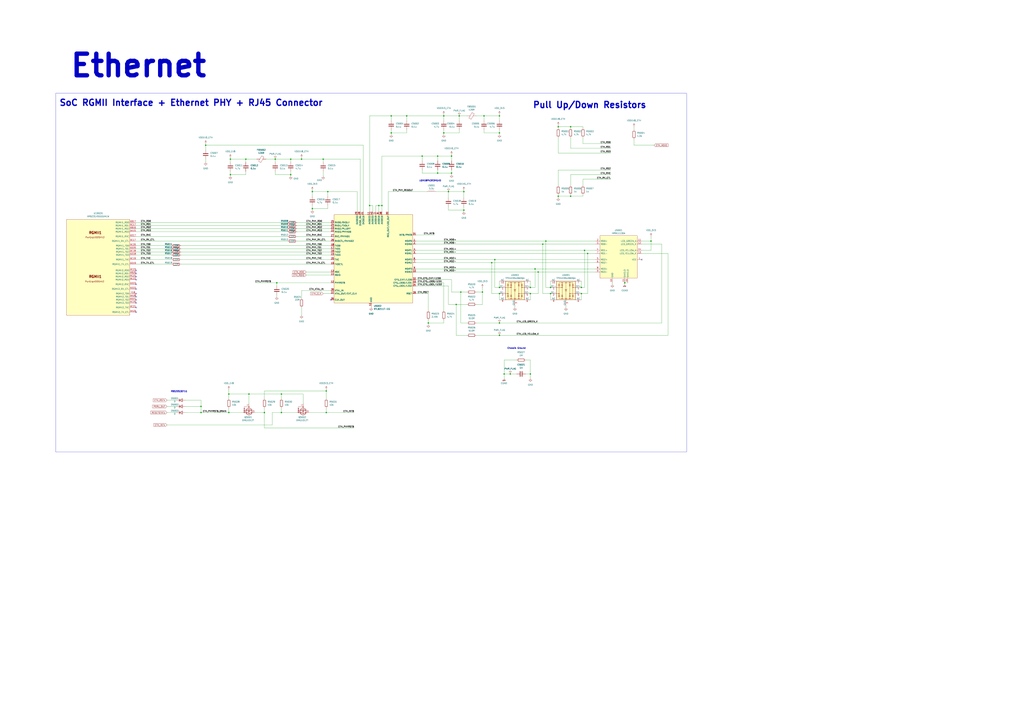
<source format=kicad_sch>
(kicad_sch (version 20250114) (generator "eeschema") (generator_version "9.0")
  (paper "A1")
  (rectangle (start 45.72 76.708) (end 563.88 371.475))
  (text "LQM18PN3R3MGHD" (at 353.314 148.59 0) (effects (font (size 1.27 1.27) (thickness 0.254) (bold yes))))
  (text "Pull Up/Down Resistors" (at 437.388 86.36 0) (effects (font (size 5.08 5.08) (thickness 1.016) (bold yes)) (justify left)))
  (text "RB520S30T1G" (at 147.066 321.818 0) (effects (font (size 1.27 1.27) (thickness 0.254) (bold yes))))
  (text "SoC RGMII Interface + Ethernet PHY + RJ45 Connector" (at 48.514 84.582 0) (effects (font (size 5.08 5.08) (thickness 1.016) (bold yes)) (justify left)))
  (text "Chassis Ground" (at 424.18 286.258 0) (effects (font (size 1.27 1.27) (thickness 0.254) (bold yes))))
  (text "Ethernet" (at 113.792 54.102 0) (effects (font (size 17.78 17.78) (thickness 3.556) (bold yes))))
  (junction (at 377.19 95.25))
  (junction (at 227.33 232.41))
  (junction (at 231.14 339.09))
  (junction (at 397.51 95.25))
  (junction (at 217.17 339.09))
  (junction (at 410.21 109.22))
  (junction (at 321.31 109.22))
  (junction (at 238.76 130.81))
  (junction (at 403.86 215.9))
  (junction (at 313.69 168.91))
  (junction (at 165.1 339.09))
  (junction (at 419.1 307.34))
  (junction (at 468.63 104.14))
  (junction (at 370.84 128.27))
  (junction (at 410.21 275.59))
  (junction (at 458.47 161.29))
  (junction (at 346.71 128.27))
  (junction (at 267.97 339.09))
  (junction (at 267.97 321.31))
  (junction (at 226.06 130.81))
  (junction (at 410.21 236.22))
  (junction (at 189.23 143.51))
  (junction (at 410.21 95.25))
  (junction (at 445.77 200.66))
  (junction (at 368.3 157.48))
  (junction (at 448.31 198.12))
  (junction (at 351.79 265.43))
  (junction (at 303.53 168.91))
  (junction (at 381 172.72))
  (junction (at 477.52 241.3))
  (junction (at 265.43 130.81))
  (junction (at 452.12 241.3))
  (junction (at 204.47 323.85))
  (junction (at 410.21 265.43))
  (junction (at 370.84 142.24))
  (junction (at 439.42 220.98))
  (junction (at 269.24 157.48))
  (junction (at 187.96 339.09))
  (junction (at 378.46 240.03))
  (junction (at 231.14 323.85))
  (junction (at 381 157.48))
  (junction (at 468.63 161.29))
  (junction (at 452.12 236.22))
  (junction (at 435.61 241.3))
  (junction (at 534.67 198.12))
  (junction (at 238.76 143.51))
  (junction (at 364.49 109.22))
  (junction (at 477.52 236.22))
  (junction (at 482.6 208.28))
  (junction (at 189.23 130.81))
  (junction (at 187.96 323.85))
  (junction (at 414.02 307.34))
  (junction (at 168.91 119.38))
  (junction (at 311.15 168.91))
  (junction (at 410.21 241.3))
  (junction (at 321.31 95.25))
  (junction (at 374.65 250.19))
  (junction (at 513.08 232.41))
  (junction (at 364.49 95.25))
  (junction (at 435.61 307.34))
  (junction (at 458.47 104.14))
  (junction (at 334.01 95.25))
  (junction (at 406.4 213.36))
  (junction (at 165.1 334.01))
  (junction (at 480.06 205.74))
  (junction (at 441.96 223.52))
  (junction (at 396.24 240.03))
  (junction (at 201.93 130.81))
  (junction (at 256.54 171.45))
  (junction (at 435.61 236.22))
  (junction (at 359.41 142.24))
  (junction (at 256.54 157.48))
  (junction (at 359.41 128.27))
  (junction (at 247.65 130.81))
  (no_connect (at 111.76 224.79))
  (no_connect (at 111.76 237.49))
  (no_connect (at 111.76 227.33))
  (no_connect (at 111.76 246.38))
  (no_connect (at 271.78 246.38))
  (no_connect (at 111.76 248.92))
  (no_connect (at 111.76 222.25))
  (no_connect (at 111.76 229.87))
  (no_connect (at 111.76 256.54))
  (no_connect (at 111.76 252.73))
  (no_connect (at 111.76 241.3))
  (no_connect (at 111.76 233.68))
  (no_connect (at 111.76 243.84))
  (no_connect (at 527.05 213.36))
  (wire (pts (xy 334.01 99.06) (xy 334.01 95.25)))
  (wire (pts (xy 414.02 311.15) (xy 414.02 307.34)))
  (wire (pts (xy 148.59 207.01) (xy 271.78 207.01)))
  (wire (pts (xy 148.59 217.17) (xy 271.78 217.17)))
  (wire (pts (xy 480.06 205.74) (xy 480.06 236.22)))
  (wire (pts (xy 267.97 335.28) (xy 267.97 339.09)))
  (wire (pts (xy 303.53 168.91) (xy 303.53 95.25)))
  (wire (pts (xy 410.21 95.25) (xy 410.21 99.06)))
  (wire (pts (xy 321.31 109.22) (xy 334.01 109.22)))
  (wire (pts (xy 111.76 198.12) (xy 236.22 198.12)))
  (wire (pts (xy 201.93 130.81) (xy 189.23 130.81)))
  (wire (pts (xy 209.55 339.09) (xy 217.17 339.09)))
  (wire (pts (xy 435.61 231.14) (xy 435.61 236.22)))
  (wire (pts (xy 290.83 351.79) (xy 217.17 351.79)))
  (wire (pts (xy 227.33 232.41) (xy 227.33 234.95)))
  (wire (pts (xy 303.53 173.99) (xy 303.53 168.91)))
  (wire (pts (xy 410.21 109.22) (xy 397.51 109.22)))
  (wire (pts (xy 381 156.21) (xy 381 157.48)))
  (wire (pts (xy 368.3 234.95) (xy 341.63 234.95)))
  (wire (pts (xy 201.93 140.97) (xy 201.93 143.51)))
  (wire (pts (xy 306.07 168.91) (xy 303.53 168.91)))
  (wire (pts (xy 391.16 265.43) (xy 410.21 265.43)))
  (wire (pts (xy 111.76 185.42) (xy 236.22 185.42)))
  (wire (pts (xy 165.1 339.09) (xy 152.4 339.09)))
  (wire (pts (xy 341.63 215.9) (xy 403.86 215.9)))
  (wire (pts (xy 243.84 182.88) (xy 271.78 182.88)))
  (wire (pts (xy 267.97 321.31) (xy 267.97 327.66)))
  (wire (pts (xy 452.12 231.14) (xy 452.12 236.22)))
  (wire (pts (xy 520.7 104.14) (xy 520.7 106.68)))
  (wire (pts (xy 265.43 241.3) (xy 271.78 241.3)))
  (wire (pts (xy 458.47 102.87) (xy 458.47 104.14)))
  (wire (pts (xy 468.63 104.14) (xy 468.63 105.41)))
  (wire (pts (xy 452.12 241.3) (xy 452.12 246.38)))
  (wire (pts (xy 308.61 168.91) (xy 311.15 168.91)))
  (wire (pts (xy 346.71 128.27) (xy 359.41 128.27)))
  (wire (pts (xy 187.96 339.09) (xy 199.39 339.09)))
  (wire (pts (xy 482.6 208.28) (xy 482.6 241.3)))
  (wire (pts (xy 458.47 113.03) (xy 458.47 125.73)))
  (wire (pts (xy 364.49 95.25) (xy 364.49 99.06)))
  (wire (pts (xy 439.42 220.98) (xy 439.42 236.22)))
  (wire (pts (xy 137.16 328.93) (xy 144.78 328.93)))
  (wire (pts (xy 217.17 321.31) (xy 267.97 321.31)))
  (wire (pts (xy 478.79 113.03) (xy 478.79 118.11)))
  (wire (pts (xy 441.96 223.52) (xy 488.95 223.52)))
  (wire (pts (xy 265.43 133.35) (xy 265.43 130.81)))
  (wire (pts (xy 295.91 130.81) (xy 265.43 130.81)))
  (wire (pts (xy 137.16 339.09) (xy 144.78 339.09)))
  (wire (pts (xy 414.02 295.91) (xy 414.02 307.34)))
  (wire (pts (xy 243.84 198.12) (xy 271.78 198.12)))
  (wire (pts (xy 256.54 157.48) (xy 256.54 161.29)))
  (wire (pts (xy 269.24 157.48) (xy 269.24 161.29)))
  (wire (pts (xy 478.79 161.29) (xy 478.79 160.02)))
  (wire (pts (xy 318.77 157.48) (xy 350.52 157.48)))
  (wire (pts (xy 478.79 104.14) (xy 478.79 105.41)))
  (wire (pts (xy 168.91 130.81) (xy 168.91 133.35)))
  (wire (pts (xy 334.01 109.22) (xy 334.01 106.68)))
  (wire (pts (xy 391.16 95.25) (xy 397.51 95.25)))
  (wire (pts (xy 370.84 229.87) (xy 341.63 229.87)))
  (wire (pts (xy 341.63 200.66) (xy 445.77 200.66)))
  (wire (pts (xy 458.47 160.02) (xy 458.47 161.29)))
  (wire (pts (xy 441.96 223.52) (xy 441.96 241.3)))
  (wire (pts (xy 334.01 95.25) (xy 364.49 95.25)))
  (wire (pts (xy 306.07 173.99) (xy 306.07 168.91)))
  (wire (pts (xy 189.23 143.51) (xy 189.23 144.78)))
  (wire (pts (xy 359.41 128.27) (xy 370.84 128.27)))
  (wire (pts (xy 227.33 232.41) (xy 271.78 232.41)))
  (wire (pts (xy 410.21 275.59) (xy 548.64 275.59)))
  (wire (pts (xy 217.17 351.79) (xy 217.17 339.09)))
  (wire (pts (xy 148.59 204.47) (xy 271.78 204.47)))
  (wire (pts (xy 452.12 241.3) (xy 445.77 241.3)))
  (wire (pts (xy 377.19 106.68) (xy 377.19 109.22)))
  (wire (pts (xy 351.79 262.89) (xy 351.79 265.43)))
  (wire (pts (xy 377.19 95.25) (xy 383.54 95.25)))
  (wire (pts (xy 359.41 142.24) (xy 370.84 142.24)))
  (wire (pts (xy 231.14 323.85) (xy 231.14 327.66)))
  (wire (pts (xy 480.06 205.74) (xy 488.95 205.74)))
  (wire (pts (xy 364.49 95.25) (xy 377.19 95.25)))
  (wire (pts (xy 201.93 130.81) (xy 210.82 130.81)))
  (wire (pts (xy 247.65 129.54) (xy 247.65 130.81)))
  (wire (pts (xy 397.51 106.68) (xy 397.51 109.22)))
  (wire (pts (xy 137.16 349.25) (xy 223.52 349.25)))
  (wire (pts (xy 111.76 207.01) (xy 140.97 207.01)))
  (wire (pts (xy 419.1 307.34) (xy 424.18 307.34)))
  (wire (pts (xy 269.24 157.48) (xy 256.54 157.48)))
  (wire (pts (xy 321.31 99.06) (xy 321.31 95.25)))
  (wire (pts (xy 341.63 223.52) (xy 441.96 223.52)))
  (wire (pts (xy 223.52 339.09) (xy 231.14 339.09)))
  (wire (pts (xy 269.24 168.91) (xy 269.24 171.45)))
  (wire (pts (xy 548.64 275.59) (xy 548.64 208.28)))
  (wire (pts (xy 351.79 265.43) (xy 351.79 266.7)))
  (wire (pts (xy 368.3 170.18) (xy 368.3 172.72)))
  (wire (pts (xy 111.76 182.88) (xy 236.22 182.88)))
  (wire (pts (xy 435.61 241.3) (xy 441.96 241.3)))
  (wire (pts (xy 478.79 118.11) (xy 501.65 118.11)))
  (wire (pts (xy 265.43 140.97) (xy 265.43 144.78)))
  (wire (pts (xy 537.21 119.38) (xy 520.7 119.38)))
  (wire (pts (xy 378.46 240.03) (xy 370.84 240.03)))
  (wire (pts (xy 304.8 251.46) (xy 304.8 252.73)))
  (wire (pts (xy 265.43 130.81) (xy 247.65 130.81)))
  (wire (pts (xy 217.17 327.66) (xy 217.17 321.31)))
  (wire (pts (xy 527.05 198.12) (xy 534.67 198.12)))
  (wire (pts (xy 243.84 194.31) (xy 271.78 194.31)))
  (wire (pts (xy 111.76 213.36) (xy 140.97 213.36)))
  (wire (pts (xy 374.65 250.19) (xy 374.65 275.59)))
  (wire (pts (xy 187.96 327.66) (xy 187.96 323.85)))
  (wire (pts (xy 422.91 251.46) (xy 422.91 252.73)))
  (wire (pts (xy 520.7 119.38) (xy 520.7 114.3)))
  (wire (pts (xy 313.69 128.27) (xy 346.71 128.27)))
  (wire (pts (xy 111.76 194.31) (xy 236.22 194.31)))
  (wire (pts (xy 165.1 339.09) (xy 187.96 339.09)))
  (wire (pts (xy 321.31 95.25) (xy 303.53 95.25)))
  (wire (pts (xy 534.67 205.74) (xy 534.67 198.12)))
  (wire (pts (xy 543.56 265.43) (xy 543.56 200.66)))
  (wire (pts (xy 238.76 143.51) (xy 238.76 140.97)))
  (wire (pts (xy 383.54 250.19) (xy 374.65 250.19)))
  (wire (pts (xy 165.1 328.93) (xy 165.1 334.01)))
  (wire (pts (xy 381 157.48) (xy 368.3 157.48)))
  (wire (pts (xy 298.45 119.38) (xy 298.45 173.99)))
  (wire (pts (xy 364.49 232.41) (xy 364.49 255.27)))
  (wire (pts (xy 378.46 240.03) (xy 378.46 265.43)))
  (wire (pts (xy 468.63 161.29) (xy 478.79 161.29)))
  (wire (pts (xy 431.8 307.34) (xy 435.61 307.34)))
  (wire (pts (xy 152.4 328.93) (xy 165.1 328.93)))
  (wire (pts (xy 256.54 171.45) (xy 256.54 172.72)))
  (wire (pts (xy 364.49 93.98) (xy 364.49 95.25)))
  (wire (pts (xy 295.91 173.99) (xy 295.91 130.81)))
  (wire (pts (xy 391.16 275.59) (xy 410.21 275.59)))
  (wire (pts (xy 548.64 208.28) (xy 527.05 208.28)))
  (wire (pts (xy 458.47 104.14) (xy 468.63 104.14)))
  (wire (pts (xy 256.54 168.91) (xy 256.54 171.45)))
  (wire (pts (xy 431.8 295.91) (xy 435.61 295.91)))
  (wire (pts (xy 370.84 128.27) (xy 370.84 132.08)))
  (wire (pts (xy 478.79 147.32) (xy 478.79 152.4)))
  (wire (pts (xy 223.52 349.25) (xy 223.52 339.09)))
  (wire (pts (xy 501.65 147.32) (xy 478.79 147.32)))
  (wire (pts (xy 396.24 250.19) (xy 396.24 240.03)))
  (wire (pts (xy 477.52 231.14) (xy 477.52 236.22)))
  (wire (pts (xy 364.49 262.89) (xy 364.49 265.43)))
  (wire (pts (xy 410.21 95.25) (xy 397.51 95.25)))
  (wire (pts (xy 168.91 119.38) (xy 168.91 123.19)))
  (wire (pts (xy 341.63 208.28) (xy 482.6 208.28)))
  (wire (pts (xy 370.84 142.24) (xy 370.84 139.7)))
  (wire (pts (xy 226.06 140.97) (xy 226.06 143.51)))
  (wire (pts (xy 370.84 142.24) (xy 370.84 143.51)))
  (wire (pts (xy 111.76 209.55) (xy 140.97 209.55)))
  (wire (pts (xy 248.92 331.47) (xy 248.92 323.85)))
  (wire (pts (xy 111.76 201.93) (xy 140.97 201.93)))
  (wire (pts (xy 359.41 128.27) (xy 359.41 132.08)))
  (wire (pts (xy 346.71 139.7) (xy 346.71 142.24)))
  (wire (pts (xy 527.05 205.74) (xy 534.67 205.74)))
  (wire (pts (xy 321.31 109.22) (xy 321.31 110.49)))
  (wire (pts (xy 187.96 320.04) (xy 187.96 323.85)))
  (wire (pts (xy 111.76 217.17) (xy 140.97 217.17)))
  (wire (pts (xy 381 172.72) (xy 381 173.99)))
  (wire (pts (xy 410.21 109.22) (xy 410.21 110.49)))
  (wire (pts (xy 111.76 190.5) (xy 236.22 190.5)))
  (wire (pts (xy 243.84 190.5) (xy 271.78 190.5)))
  (wire (pts (xy 313.69 168.91) (xy 313.69 173.99)))
  (wire (pts (xy 468.63 104.14) (xy 478.79 104.14)))
  (wire (pts (xy 256.54 171.45) (xy 269.24 171.45)))
  (wire (pts (xy 364.49 106.68) (xy 364.49 109.22)))
  (wire (pts (xy 439.42 220.98) (xy 488.95 220.98)))
  (wire (pts (xy 468.63 160.02) (xy 468.63 161.29)))
  (wire (pts (xy 231.14 339.09) (xy 243.84 339.09)))
  (wire (pts (xy 458.47 161.29) (xy 458.47 162.56)))
  (wire (pts (xy 341.63 220.98) (xy 439.42 220.98)))
  (wire (pts (xy 458.47 104.14) (xy 458.47 105.41)))
  (wire (pts (xy 374.65 275.59) (xy 383.54 275.59)))
  (wire (pts (xy 247.65 238.76) (xy 271.78 238.76)))
  (wire (pts (xy 218.44 130.81) (xy 226.06 130.81)))
  (wire (pts (xy 464.82 251.46) (xy 464.82 252.73)))
  (wire (pts (xy 346.71 128.27) (xy 346.71 132.08)))
  (wire (pts (xy 267.97 339.09) (xy 290.83 339.09)))
  (wire (pts (xy 468.63 113.03) (xy 468.63 121.92)))
  (wire (pts (xy 251.46 223.52) (xy 271.78 223.52)))
  (wire (pts (xy 341.63 205.74) (xy 480.06 205.74)))
  (wire (pts (xy 148.59 209.55) (xy 271.78 209.55)))
  (wire (pts (xy 378.46 265.43) (xy 383.54 265.43)))
  (wire (pts (xy 364.49 265.43) (xy 351.79 265.43)))
  (wire (pts (xy 248.92 323.85) (xy 231.14 323.85)))
  (wire (pts (xy 368.3 157.48) (xy 368.3 162.56)))
  (wire (pts (xy 243.84 187.96) (xy 271.78 187.96)))
  (wire (pts (xy 189.23 140.97) (xy 189.23 143.51)))
  (wire (pts (xy 137.16 334.01) (xy 144.78 334.01)))
  (wire (pts (xy 111.76 204.47) (xy 140.97 204.47)))
  (wire (pts (xy 293.37 157.48) (xy 269.24 157.48)))
  (wire (pts (xy 189.23 130.81) (xy 189.23 133.35)))
  (wire (pts (xy 226.06 130.81) (xy 226.06 133.35)))
  (wire (pts (xy 477.52 236.22) (xy 480.06 236.22)))
  (wire (pts (xy 351.79 241.3) (xy 341.63 241.3)))
  (wire (pts (xy 318.77 173.99) (xy 318.77 157.48)))
  (wire (pts (xy 168.91 118.11) (xy 168.91 119.38)))
  (wire (pts (xy 238.76 133.35) (xy 238.76 130.81)))
  (wire (pts (xy 477.52 241.3) (xy 477.52 246.38)))
  (wire (pts (xy 502.92 232.41) (xy 502.92 233.68)))
  (wire (pts (xy 452.12 236.22) (xy 448.31 236.22)))
  (wire (pts (xy 435.61 295.91) (xy 435.61 307.34)))
  (wire (pts (xy 313.69 128.27) (xy 313.69 168.91)))
  (wire (pts (xy 391.16 250.19) (xy 396.24 250.19)))
  (wire (pts (xy 543.56 200.66) (xy 527.05 200.66)))
  (wire (pts (xy 308.61 173.99) (xy 308.61 168.91)))
  (wire (pts (xy 231.14 335.28) (xy 231.14 339.09)))
  (wire (pts (xy 477.52 241.3) (xy 482.6 241.3)))
  (wire (pts (xy 513.08 232.41) (xy 515.62 232.41)))
  (wire (pts (xy 445.77 200.66) (xy 488.95 200.66)))
  (wire (pts (xy 435.61 236.22) (xy 439.42 236.22)))
  (wire (pts (xy 148.59 213.36) (xy 271.78 213.36)))
  (wire (pts (xy 187.96 335.28) (xy 187.96 339.09)))
  (wire (pts (xy 201.93 143.51) (xy 189.23 143.51)))
  (wire (pts (xy 168.91 119.38) (xy 298.45 119.38)))
  (wire (pts (xy 410.21 241.3) (xy 410.21 246.38)))
  (wire (pts (xy 243.84 185.42) (xy 271.78 185.42)))
  (wire (pts (xy 293.37 173.99) (xy 293.37 157.48)))
  (wire (pts (xy 341.63 198.12) (xy 448.31 198.12)))
  (wire (pts (xy 247.65 252.73) (xy 247.65 259.08)))
  (wire (pts (xy 458.47 139.7) (xy 458.47 152.4)))
  (wire (pts (xy 247.65 130.81) (xy 238.76 130.81)))
  (wire (pts (xy 226.06 143.51) (xy 238.76 143.51)))
  (wire (pts (xy 435.61 241.3) (xy 435.61 246.38)))
  (wire (pts (xy 445.77 200.66) (xy 445.77 241.3)))
  (wire (pts (xy 482.6 208.28) (xy 488.95 208.28)))
  (wire (pts (xy 351.79 255.27) (xy 351.79 241.3)))
  (wire (pts (xy 410.21 241.3) (xy 403.86 241.3)))
  (wire (pts (xy 341.63 213.36) (xy 406.4 213.36)))
  (wire (pts (xy 513.08 232.41) (xy 513.08 233.68)))
  (wire (pts (xy 247.65 238.76) (xy 247.65 245.11)))
  (wire (pts (xy 364.49 109.22) (xy 364.49 110.49)))
  (wire (pts (xy 424.18 295.91) (xy 414.02 295.91)))
  (wire (pts (xy 359.41 139.7) (xy 359.41 142.24)))
  (wire (pts (xy 534.67 198.12) (xy 534.67 194.31)))
  (wire (pts (xy 501.65 143.51) (xy 468.63 143.51)))
  (wire (pts (xy 406.4 213.36) (xy 406.4 236.22)))
  (wire (pts (xy 165.1 334.01) (xy 165.1 339.09)))
  (wire (pts (xy 468.63 121.92) (xy 501.65 121.92)))
  (wire (pts (xy 148.59 201.93) (xy 271.78 201.93)))
  (wire (pts (xy 410.21 236.22) (xy 406.4 236.22)))
  (wire (pts (xy 358.14 157.48) (xy 368.3 157.48)))
  (wire (pts (xy 377.19 109.22) (xy 364.49 109.22)))
  (wire (pts (xy 152.4 334.01) (xy 165.1 334.01)))
  (wire (pts (xy 201.93 133.35) (xy 201.93 130.81)))
  (wire (pts (xy 217.17 339.09) (xy 217.17 335.28)))
  (wire (pts (xy 374.65 250.19) (xy 368.3 250.19)))
  (wire (pts (xy 187.96 323.85) (xy 204.47 323.85)))
  (wire (pts (xy 381 162.56) (xy 381 157.48)))
  (wire (pts (xy 368.3 250.19) (xy 368.3 234.95)))
  (wire (pts (xy 410.21 231.14) (xy 410.21 236.22)))
  (wire (pts (xy 209.55 232.41) (xy 227.33 232.41)))
  (wire (pts (xy 111.76 187.96) (xy 236.22 187.96)))
  (wire (pts (xy 189.23 129.54) (xy 189.23 130.81)))
  (wire (pts (xy 204.47 323.85) (xy 204.47 331.47)))
  (wire (pts (xy 458.47 161.29) (xy 468.63 161.29)))
  (wire (pts (xy 370.84 240.03) (xy 370.84 229.87)))
  (wire (pts (xy 377.19 95.25) (xy 377.19 99.06)))
  (wire (pts (xy 410.21 93.98) (xy 410.21 95.25)))
  (wire (pts (xy 341.63 232.41) (xy 364.49 232.41)))
  (wire (pts (xy 267.97 320.04) (xy 267.97 321.31)))
  (wire (pts (xy 448.31 198.12) (xy 448.31 236.22)))
  (wire (pts (xy 227.33 242.57) (xy 227.33 243.84)))
  (wire (pts (xy 238.76 143.51) (xy 238.76 144.78)))
  (wire (pts (xy 204.47 323.85) (xy 231.14 323.85)))
  (wire (pts (xy 251.46 226.06) (xy 271.78 226.06)))
  (wire (pts (xy 435.61 307.34) (xy 435.61 311.15)))
  (wire (pts (xy 391.16 240.03) (xy 396.24 240.03)))
  (wire (pts (xy 458.47 125.73) (xy 501.65 125.73)))
  (wire (pts (xy 396.24 240.03) (xy 396.24 236.22)))
  (wire (pts (xy 468.63 143.51) (xy 468.63 152.4)))
  (wire (pts (xy 406.4 213.36) (xy 488.95 213.36)))
  (wire (pts (xy 383.54 240.03) (xy 378.46 240.03)))
  (wire (pts (xy 414.02 307.34) (xy 419.1 307.34)))
  (wire (pts (xy 256.54 156.21) (xy 256.54 157.48)))
  (wire (pts (xy 267.97 339.09) (xy 254 339.09)))
  (wire (pts (xy 238.76 130.81) (xy 226.06 130.81)))
  (wire (pts (xy 410.21 106.68) (xy 410.21 109.22)))
  (wire (pts (xy 370.84 127) (xy 370.84 128.27)))
  (wire (pts (xy 410.21 265.43) (xy 543.56 265.43)))
  (wire (pts (xy 381 172.72) (xy 381 170.18)))
  (wire (pts (xy 321.31 95.25) (xy 334.01 95.25)))
  (wire (pts (xy 321.31 106.68) (xy 321.31 109.22)))
  (wire (pts (xy 501.65 139.7) (xy 458.47 139.7)))
  (wire (pts (xy 448.31 198.12) (xy 488.95 198.12)))
  (wire (pts (xy 341.63 193.04) (xy 356.87 193.04)))
  (wire (pts (xy 403.86 215.9) (xy 488.95 215.9)))
  (wire (pts (xy 311.15 168.91) (xy 313.69 168.91)))
  (wire (pts (xy 311.15 168.91) (xy 311.15 173.99)))
  (wire (pts (xy 368.3 172.72) (xy 381 172.72)))
  (wire (pts (xy 397.51 95.25) (xy 397.51 99.06)))
  (wire (pts (xy 403.86 215.9) (xy 403.86 241.3)))
  (wire (pts (xy 346.71 142.24) (xy 359.41 142.24)))
  (label "ETH_MD2+" (at 364.49 213.36 0) (effects (font (thickness 0.254) (bold yes))))
  (label "ETH_PHY_RX_CTL" (at 251.46 198.12 0) (effects (font (thickness 0.254) (bold yes))))
  (label "ETH_PHYRSTB" (at 209.55 232.41 0) (effects (font (thickness 0.254) (bold yes))))
  (label "ETH_RSET" (at 342.9 241.3 0) (effects (font (thickness 0.254) (bold yes))))
  (label "ETH_MD2-" (at 364.49 215.9 0) (effects (font (thickness 0.254) (bold yes))))
  (label "ETH_PHY_TD3" (at 251.46 209.55 0) (effects (font (thickness 0.254) (bold yes))))
  (label "ETH_RD1" (at 115.57 185.42 0) (effects (font (thickness 0.254) (bold yes))))
  (label "ETH_PHY_RD2" (at 251.46 187.96 0) (effects (font (thickness 0.254) (bold yes))))
  (label "ETH_MD0-" (at 364.49 200.66 0) (effects (font (thickness 0.254) (bold yes))))
  (label "ETH_PHY_TD0" (at 251.46 201.93 0) (effects (font (thickness 0.254) (bold yes))))
  (label "ETH_RX_CTL" (at 115.57 198.12 0) (effects (font (thickness 0.254) (bold yes))))
  (label "ETH_MD0+" (at 364.49 198.12 0) (effects (font (thickness 0.254) (bold yes))))
  (label "ETH_RD0" (at 501.65 118.11 180) (effects (font (thickness 0.254) (bold yes))))
  (label "ETH_PHY_RD3" (at 251.46 190.5 0) (effects (font (thickness 0.254) (bold yes))))
  (label "ETH_PHYRSTB" (at 290.83 351.79 180) (effects (font (thickness 0.254) (bold yes))))
  (label "ETH_TD1" (at 115.57 204.47 0) (effects (font (thickness 0.254) (bold yes))))
  (label "ETH_PHY_TX_CTL" (at 251.46 217.17 0) (effects (font (thickness 0.254) (bold yes))))
  (label "ETH_LED_YELLOW_K" (at 424.18 275.59 0) (effects (font (thickness 0.254) (bold yes))))
  (label "ETH_CFG_LDO0{slash}LED1" (at 342.9 232.41 0) (effects (font (thickness 0.254) (bold yes))))
  (label "ETH_PHY_RXC" (at 251.46 194.31 0) (effects (font (thickness 0.254) (bold yes))))
  (label "ETH_PHY_TXC" (at 251.46 213.36 0) (effects (font (thickness 0.254) (bold yes))))
  (label "ETH_PHYRSTB_DRAIN" (at 166.37 339.09 0) (effects (font (thickness 0.254) (bold yes))))
  (label "ETH_CFG_LDO1{slash}LED2" (at 342.9 234.95 0) (effects (font (thickness 0.254) (bold yes))))
  (label "ETH_RD3" (at 501.65 125.73 180) (effects (font (thickness 0.254) (bold yes))))
  (label "ETH_MD3-" (at 364.49 223.52 0) (effects (font (thickness 0.254) (bold yes))))
  (label "ETH_CFG_EXIT{slash}LED0" (at 342.9 229.87 0) (effects (font (thickness 0.254) (bold yes))))
  (label "ETH_MD3+" (at 364.49 220.98 0) (effects (font (thickness 0.254) (bold yes))))
  (label "ETH_INTB" (at 290.83 339.09 180) (effects (font (thickness 0.254) (bold yes))))
  (label "ETH_RX_CTL" (at 501.65 147.32 180) (effects (font (thickness 0.254) (bold yes))))
  (label "ETH_TD2" (at 115.57 207.01 0) (effects (font (thickness 0.254) (bold yes))))
  (label "ETH_INTB" (at 356.87 193.04 180) (effects (font (thickness 0.254) (bold yes))))
  (label "ETH_XTAL_IN" (at 254 238.76 0) (effects (font (thickness 0.254) (bold yes))))
  (label "ETH_RD2" (at 501.65 139.7 180) (effects (font (thickness 0.254) (bold yes))))
  (label "ETH_TD3" (at 115.57 209.55 0) (effects (font (thickness 0.254) (bold yes))))
  (label "ETH_MD1-" (at 364.49 208.28 0) (effects (font (thickness 0.254) (bold yes))))
  (label "ETH_TXC" (at 115.57 213.36 0) (effects (font (thickness 0.254) (bold yes))))
  (label "ETH_LED_GREEN_K" (at 424.18 265.43 0) (effects (font (thickness 0.254) (bold yes))))
  (label "ETH_RXC" (at 501.65 143.51 180) (effects (font (thickness 0.254) (bold yes))))
  (label "ETH_PHY_RD1" (at 251.46 185.42 0) (effects (font (thickness 0.254) (bold yes))))
  (label "ETH_RD3" (at 115.57 190.5 0) (effects (font (thickness 0.254) (bold yes))))
  (label "ETH_RXC" (at 115.57 194.31 0) (effects (font (thickness 0.254) (bold yes))))
  (label "ETH_TD0" (at 115.57 201.93 0) (effects (font (thickness 0.254) (bold yes))))
  (label "ETH_RD0" (at 115.57 182.88 0) (effects (font (thickness 0.254) (bold yes))))
  (label "ETH_MD1+" (at 364.49 205.74 0) (effects (font (thickness 0.254) (bold yes))))
  (label "ETH_PHY_RD0" (at 251.46 182.88 0) (effects (font (thickness 0.254) (bold yes))))
  (label "ETH_PHY_TD2" (at 251.46 207.01 0) (effects (font (thickness 0.254) (bold yes))))
  (label "ETH_PHY_REGOUT" (at 322.58 157.48 0) (effects (font (thickness 0.254) (bold yes))))
  (label "ETH_RD1" (at 501.65 121.92 180) (effects (font (thickness 0.254) (bold yes))))
  (label "ETH_RD2" (at 115.57 187.96 0) (effects (font (thickness 0.254) (bold yes))))
  (label "ETH_PHY_TD1" (at 251.46 204.47 0) (effects (font (thickness 0.254) (bold yes))))
  (label "ETH_TX_CTL" (at 115.57 217.17 0) (effects (font (thickness 0.254) (bold yes))))
  (global_label "PORz_OUT" (shape input) (at 137.16 334.01 180) (property "Intersheetrefs" "${INTERSHEET_REFS}" (effects (hide yes))))
  (global_label "RESETSTATz" (shape input) (at 137.16 339.09 180) (property "Intersheetrefs" "${INTERSHEET_REFS}" (effects (hide yes))))
  (global_label "ETH_MDIO" (shape input) (at 537.21 119.38 0) (effects (font (thickness 0.1588))) (property "Intersheetrefs" "${INTERSHEET_REFS}" (effects (hide yes))))
  (global_label "ETH_MDIO" (shape input) (at 251.46 226.06 180) (effects (font (thickness 0.1588))) (property "Intersheetrefs" "${INTERSHEET_REFS}" (effects (hide yes))))
  (global_label "ETH_CLK" (shape input) (at 265.43 241.3 180) (property "Intersheetrefs" "${INTERSHEET_REFS}" (effects (hide yes))))
  (global_label "ETH_RSTn" (shape input) (at 137.16 328.93 180) (property "Intersheetrefs" "${INTERSHEET_REFS}" (effects (hide yes))))
  (global_label "ETH_MDC" (shape input) (at 251.46 223.52 180) (effects (font (thickness 0.1588))) (property "Intersheetrefs" "${INTERSHEET_REFS}" (effects (hide yes))))
  (global_label "ETH_INTn" (shape input) (at 137.16 349.25 180) (effects (font (thickness 0.1588))) (property "Intersheetrefs" "${INTERSHEET_REFS}" (effects (hide yes))))
  (symbol (lib_id "Device:D") (at 148.59 339.09 0) (unit 1)
    (property "Reference" "D5003" (at 143.51 337.566 0))
    (property "Value" "D" (at 143.51 340.106 0))
    (property "Footprint" "Diode_SMD:D_SOD-523" (effects (hide yes)))
    (property "Description" "Diode" (effects (hide yes)))
    (property "Sim.Device" "D" (effects (hide yes)))
    (property "Sim.Pins" "1=K 2=A" (effects (hide yes)))
  )
  (symbol (lib_id "power:GND") (at 370.84 143.51 0) (unit 1)
    (property "Reference" "#PWR05013" (effects (hide yes)))
    (property "Value" "GND" (at 370.84 148.59 0))
    (property "Description" "Power symbol creates a global label with name \"GND\" , ground" (effects (hide yes)))
  )
  (symbol (lib_id "power:PWR_FLAG") (at 377.19 95.25 0) (unit 1)
    (property "Reference" "#FLG05001" (effects (hide yes)))
    (property "Value" "PWR_FLAG" (at 377.19 90.932 0))
    (property "Description" "Special symbol for telling ERC where power comes from" (effects (hide yes)))
  )
  (symbol (lib_id "Device:FerriteBead") (at 214.63 130.81 90) (unit 1)
    (property "Reference" "FB5002" (at 214.5792 123.19 90))
    (property "Value" "120R" (at 214.5792 125.73 90))
    (property "Footprint" "Resistor_SMD:R_0402_1005Metric" (effects (hide yes)))
    (property "Description" "Ferrite bead" (effects (hide yes)))
  )
  (symbol (lib_id "Device:C") (at 370.84 135.89 0) (unit 1)
    (property "Reference" "C5010" (at 374.65 134.6199 0) (effects (justify left)))
    (property "Value" "0.1u" (at 374.65 137.1599 0) (effects (justify left)))
    (property "Footprint" "Capacitor_SMD:C_0402_1005Metric" (effects (hide yes)))
    (property "Description" "Unpolarized capacitor" (effects (hide yes)))
  )
  (symbol (lib_id "Device:C") (at 265.43 137.16 0) (unit 1)
    (property "Reference" "C5015" (at 269.24 135.8899 0) (effects (justify left)))
    (property "Value" "0.1u" (at 269.24 138.4299 0) (effects (justify left)))
    (property "Footprint" "Capacitor_SMD:C_0402_1005Metric" (effects (hide yes)))
    (property "Description" "Unpolarized capacitor" (effects (hide yes)))
  )
  (symbol (lib_id "Device:C") (at 427.99 307.34 90) (unit 1)
    (property "Reference" "C5021" (at 427.99 299.72 90))
    (property "Value" "1n" (at 427.99 302.26 90))
    (property "Footprint" "Capacitor_SMD:C_1206_3216Metric" (effects (hide yes)))
    (property "Description" "Unpolarized capacitor" (effects (hide yes)))
  )
  (symbol (lib_id "Device:R") (at 387.35 265.43 90) (unit 1)
    (property "Reference" "R5025" (at 387.35 259.08 90))
    (property "Value" "510R" (at 387.35 261.62 90))
    (property "Footprint" "Resistor_SMD:R_0402_1005Metric" (effects (hide yes)))
    (property "Description" "Resistor" (effects (hide yes)))
  )
  (symbol (lib_id "power:GND") (at 458.47 162.56 0) (unit 1)
    (property "Reference" "#PWR05019" (effects (hide yes)))
    (property "Value" "GND" (at 458.47 167.64 0))
    (property "Description" "Power symbol creates a global label with name \"GND\" , ground" (effects (hide yes)))
  )
  (symbol (lib_id "power:GND") (at 502.92 233.68 0) (unit 1)
    (property "Reference" "#PWR05023" (effects (hide yes)))
    (property "Value" "GND" (at 502.92 238.76 0))
    (property "Description" "Power symbol creates a global label with name \"GND\" , ground" (effects (hide yes)))
  )
  (symbol (lib_id "Device:R") (at 240.03 182.88 90) (unit 1)
    (property "Reference" "R5008" (at 233.68 181.61 90))
    (property "Value" "22R" (at 240.03 182.88 90))
    (property "Footprint" "Resistor_SMD:R_0402_1005Metric" (effects (hide yes)))
    (property "Description" "Resistor" (effects (hide yes)))
  )
  (symbol (lib_id "Device:R") (at 520.7 110.49 0) (unit 1)
    (property "Reference" "R5004" (at 523.24 109.2199 0) (effects (justify left)))
    (property "Value" "1.5k" (at 523.24 111.7599 0) (effects (justify left)))
    (property "Footprint" "Resistor_SMD:R_0402_1005Metric" (effects (hide yes)))
    (property "Description" "Resistor" (effects (hide yes)))
  )
  (symbol (lib_id "Device:R") (at 240.03 185.42 90) (unit 1)
    (property "Reference" "R5009" (at 233.68 184.15 90))
    (property "Value" "22R" (at 240.03 185.42 90))
    (property "Footprint" "Resistor_SMD:R_0402_1005Metric" (effects (hide yes)))
    (property "Description" "Resistor" (effects (hide yes)))
  )
  (symbol (lib_id "Device:C") (at 359.41 135.89 0) (unit 1)
    (property "Reference" "C5009" (at 363.22 134.6199 0) (effects (justify left)))
    (property "Value" "0.1u" (at 363.22 137.1599 0) (effects (justify left)))
    (property "Footprint" "Capacitor_SMD:C_0402_1005Metric" (effects (hide yes)))
    (property "Description" "Unpolarized capacitor" (effects (hide yes)))
  )
  (symbol (lib_id "power:PWR_FLAG") (at 368.3 157.48 0) (unit 1)
    (property "Reference" "#FLG05003" (effects (hide yes)))
    (property "Value" "PWR_FLAG" (at 368.3 153.162 0))
    (property "Description" "Special symbol for telling ERC where power comes from" (effects (hide yes)))
  )
  (symbol (lib_id "power:GND") (at 381 173.99 0) (unit 1)
    (property "Reference" "#PWR05021" (effects (hide yes)))
    (property "Value" "GND" (at 381 179.07 0))
    (property "Description" "Power symbol creates a global label with name \"GND\" , ground" (effects (hide yes)))
  )
  (symbol (lib_id "Device:R") (at 427.99 295.91 90) (unit 1)
    (property "Reference" "R5027" (at 427.99 289.56 90))
    (property "Value" "1M" (at 427.99 292.1 90))
    (property "Footprint" "Resistor_SMD:R_0402_1005Metric" (effects (hide yes)))
    (property "Description" "Resistor" (effects (hide yes)))
  )
  (symbol (lib_id "Device:R") (at 387.35 250.19 90) (unit 1)
    (property "Reference" "R5022" (at 387.35 243.84 90))
    (property "Value" "4.7k" (at 387.35 246.38 90))
    (property "Footprint" "Resistor_SMD:R_0402_1005Metric" (effects (hide yes)))
    (property "Description" "Resistor" (effects (hide yes)))
  )
  (symbol (lib_id "Device:R") (at 351.79 259.08 0) (unit 1)
    (property "Reference" "R5023" (at 354.33 257.8099 0) (effects (justify left)))
    (property "Value" "2.49k" (at 354.33 260.3499 0) (effects (justify left)))
    (property "Footprint" "Resistor_SMD:R_0402_1005Metric" (effects (hide yes)))
    (property "Description" "Resistor" (effects (hide yes)))
  )
  (symbol (lib_id "Device:R") (at 144.78 209.55 90) (unit 1)
    (property "Reference" "R5017" (at 138.43 208.28 90))
    (property "Value" "22R" (at 144.78 209.55 90))
    (property "Footprint" "Resistor_SMD:R_0402_1005Metric" (effects (hide yes)))
    (property "Description" "Resistor" (effects (hide yes)))
  )
  (symbol (lib_id "Device:R") (at 387.35 240.03 90) (unit 1)
    (property "Reference" "R5020" (at 387.35 233.68 90))
    (property "Value" "4.7k" (at 387.35 236.22 90))
    (property "Footprint" "Resistor_SMD:R_0402_1005Metric" (effects (hide yes)))
    (property "Description" "Resistor" (effects (hide yes)))
  )
  (symbol (lib_id "power:GND") (at 227.33 243.84 0) (unit 1)
    (property "Reference" "#PWR05026" (effects (hide yes)))
    (property "Value" "GND" (at 227.33 248.92 0))
    (property "Description" "Power symbol creates a global label with name \"GND\" , ground" (effects (hide yes)))
  )
  (symbol (lib_id "power:GND") (at 422.91 252.73 0) (unit 1)
    (property "Reference" "#PWR05028" (effects (hide yes)))
    (property "Value" "GND" (at 422.91 257.81 0))
    (property "Description" "Power symbol creates a global label with name \"GND\" , ground" (effects (hide yes)))
  )
  (symbol (lib_id "power:VDD") (at 267.97 320.04 0) (unit 1)
    (property "Reference" "#PWR05035" (effects (hide yes)))
    (property "Value" "VDD3V3_ETH" (at 267.97 314.96 0))
    (property "Description" "Power symbol creates a global label with name \"VDD\"" (effects (hide yes)))
  )
  (symbol (lib_id "Device:R") (at 231.14 331.47 0) (unit 1)
    (property "Reference" "R5030" (at 233.68 330.1999 0) (effects (justify left)))
    (property "Value" "10k" (at 233.68 332.7399 0) (effects (justify left)))
    (property "Footprint" "Resistor_SMD:R_0402_1005Metric" (effects (hide yes)))
    (property "Description" "Resistor" (effects (hide yes)))
  )
  (symbol (lib_id "Transistor_FET:DMG1012T") (at 248.92 336.55 270) (unit 1)
    (property "Reference" "Q5002" (at 248.2215 342.9 90))
    (property "Value" "DMG1012T" (at 248.2215 345.44 90))
    (property "Footprint" "Package_TO_SOT_SMD:SOT-523" (effects (hide yes)))
    (property "Datasheet" "https://www.diodes.com/assets/Datasheets/ds31783.pdf" (effects (hide yes)))
    (property "Description" "20V Vds, 0.63 Id, N-Channel MOSFET with ESD protection, SOT-523" (effects (hide yes)))
  )
  (symbol (lib_id "Device:C") (at 226.06 137.16 0) (unit 1)
    (property "Reference" "C5013" (at 229.87 135.8899 0) (effects (justify left)))
    (property "Value" "0.1u" (at 229.87 138.4299 0) (effects (justify left)))
    (property "Footprint" "Capacitor_SMD:C_0402_1005Metric" (effects (hide yes)))
    (property "Description" "Unpolarized capacitor" (effects (hide yes)))
  )
  (symbol (lib_id "power:GND") (at 189.23 144.78 0) (unit 1)
    (property "Reference" "#PWR05014" (effects (hide yes)))
    (property "Value" "GND" (at 189.23 149.86 0))
    (property "Description" "Power symbol creates a global label with name \"GND\" , ground" (effects (hide yes)))
  )
  (symbol (lib_id "power:PWR_FLAG") (at 410.21 265.43 0) (unit 1)
    (property "Reference" "#FLG05004" (effects (hide yes)))
    (property "Value" "PWR_FLAG" (at 410.21 261.112 0))
    (property "Description" "Special symbol for telling ERC where power comes from" (effects (hide yes)))
  )
  (symbol (lib_id "Power_Protection:TPD4E05U06DQA") (at 422.91 238.76 0) (unit 1)
    (property "Reference" "U5003" (at 422.91 226.06 0))
    (property "Value" "TPD4E05U06DQA" (at 422.91 228.6 0))
    (property "Footprint" "Package_SON:USON-10_2.5x1.0mm_P0.5mm" (effects (hide yes)))
    (property "Datasheet" "https://www.ti.com/lit/ds/symlink/tpd4e05u06.pdf" (effects (hide yes)))
    (property "Description" "4-Channel ESD Protection for Super-Speed USB 3.0 Interface, USON-10" (effects (hide yes)))
  )
  (symbol (lib_id "Device:R") (at 144.78 207.01 90) (unit 1)
    (property "Reference" "R5016" (at 138.43 205.74 90))
    (property "Value" "22R" (at 144.78 207.01 90))
    (property "Footprint" "Resistor_SMD:R_0402_1005Metric" (effects (hide yes)))
    (property "Description" "Resistor" (effects (hide yes)))
  )
  (symbol (lib_id "power:GND") (at 247.65 259.08 0) (unit 1)
    (property "Reference" "#PWR05030" (effects (hide yes)))
    (property "Value" "GND" (at 247.65 264.16 0))
    (property "Description" "Power symbol creates a global label with name \"GND\" , ground" (effects (hide yes)))
  )
  (symbol (lib_id "Device:C") (at 377.19 102.87 0) (mirror y) (unit 1)
    (property "Reference" "C5004" (at 373.38 101.5999 0) (effects (justify left)))
    (property "Value" "0.1u" (at 373.38 104.1399 0) (effects (justify left)))
    (property "Footprint" "Capacitor_SMD:C_0402_1005Metric" (effects (hide yes)))
    (property "Description" "Unpolarized capacitor" (effects (hide yes)))
  )
  (symbol (lib_id "Device:C") (at 168.91 127 0) (unit 1)
    (property "Reference" "C5007" (at 172.72 125.7299 0) (effects (justify left)))
    (property "Value" "0.1u" (at 172.72 128.2699 0) (effects (justify left)))
    (property "Footprint" "Capacitor_SMD:C_0402_1005Metric" (effects (hide yes)))
    (property "Description" "Unpolarized capacitor" (effects (hide yes)))
  )
  (symbol (lib_id "Device:R") (at 364.49 259.08 0) (unit 1)
    (property "Reference" "R5024" (at 367.03 257.8099 0) (effects (justify left)))
    (property "Value" "4.7k" (at 367.03 260.3499 0) (effects (justify left)))
    (property "Footprint" "Resistor_SMD:R_0402_1005Metric" (effects (hide yes)))
    (property "Description" "Resistor" (effects (hide yes)))
  )
  (symbol (lib_id "power:GND") (at 265.43 144.78 0) (unit 1)
    (property "Reference" "#PWR05016" (effects (hide yes)))
    (property "Value" "GND" (at 262.382 148.082 0))
    (property "Description" "Power symbol creates a global label with name \"GND\" , ground" (effects (hide yes)))
  )
  (symbol (lib_id "Device:R") (at 240.03 194.31 90) (unit 1)
    (property "Reference" "R5012" (at 233.68 193.04 90))
    (property "Value" "22R" (at 240.03 194.31 90))
    (property "Footprint" "Resistor_SMD:R_0402_1005Metric" (effects (hide yes)))
    (property "Description" "Resistor" (effects (hide yes)))
  )
  (symbol (lib_id "Device:C") (at 397.51 102.87 0) (mirror y) (unit 1)
    (property "Reference" "C5005" (at 393.7 101.5999 0) (effects (justify left)))
    (property "Value" "0.1u" (at 393.7 104.1399 0) (effects (justify left)))
    (property "Footprint" "Capacitor_SMD:C_0402_1005Metric" (effects (hide yes)))
    (property "Description" "Unpolarized capacitor" (effects (hide yes)))
  )
  (symbol (lib_id "power:VDD") (at 381 156.21 0) (unit 1)
    (property "Reference" "#PWR05018" (effects (hide yes)))
    (property "Value" "VDD1V0_ETH" (at 381 151.13 0))
    (property "Description" "Power symbol creates a global label with name \"VDD\"" (effects (hide yes)))
  )
  (symbol (lib_id "Device:R") (at 240.03 187.96 90) (unit 1)
    (property "Reference" "R5010" (at 233.68 186.69 90))
    (property "Value" "22R" (at 240.03 187.96 90))
    (property "Footprint" "Resistor_SMD:R_0402_1005Metric" (effects (hide yes)))
    (property "Description" "Resistor" (effects (hide yes)))
  )
  (symbol (lib_id "Device:C") (at 346.71 135.89 0) (unit 1)
    (property "Reference" "C5008" (at 350.52 134.6199 0) (effects (justify left)))
    (property "Value" "0.1u" (at 350.52 137.1599 0) (effects (justify left)))
    (property "Footprint" "Capacitor_SMD:C_0402_1005Metric" (effects (hide yes)))
    (property "Description" "Unpolarized capacitor" (effects (hide yes)))
  )
  (symbol (lib_id "power:VDD") (at 364.49 93.98 0) (unit 1)
    (property "Reference" "#PWR05001" (effects (hide yes)))
    (property "Value" "VDD3V3_ETH" (at 364.49 88.9 0))
    (property "Description" "Power symbol creates a global label with name \"VDD\"" (effects (hide yes)))
  )
  (symbol (lib_id "Device:R") (at 217.17 331.47 0) (unit 1)
    (property "Reference" "R5029" (at 219.71 330.1999 0) (effects (justify left)))
    (property "Value" "10k" (at 219.71 332.7399 0) (effects (justify left)))
    (property "Footprint" "Resistor_SMD:R_0402_1005Metric" (effects (hide yes)))
    (property "Description" "Resistor" (effects (hide yes)))
  )
  (symbol (lib_id "power:VDD") (at 168.91 118.11 0) (unit 1)
    (property "Reference" "#PWR05008" (effects (hide yes)))
    (property "Value" "VDD1V0_ETH" (at 168.91 113.03 0))
    (property "Description" "Power symbol creates a global label with name \"VDD\"" (effects (hide yes)))
  )
  (symbol (lib_id "Device:R") (at 468.63 156.21 0) (unit 1)
    (property "Reference" "R5006" (at 471.17 154.9399 0) (effects (justify left)))
    (property "Value" "1k" (at 471.17 157.4799 0) (effects (justify left)))
    (property "Footprint" "Resistor_SMD:R_0402_1005Metric" (effects (hide yes)))
    (property "Description" "Resistor" (effects (hide yes)))
  )
  (symbol (lib_id "Device:D") (at 148.59 328.93 0) (unit 1)
    (property "Reference" "D5001" (at 143.51 327.406 0))
    (property "Value" "D" (at 143.51 329.946 0))
    (property "Footprint" "Diode_SMD:D_SOD-523" (effects (hide yes)))
    (property "Description" "Diode" (effects (hide yes)))
    (property "Sim.Device" "D" (effects (hide yes)))
    (property "Sim.Pins" "1=K 2=A" (effects (hide yes)))
  )
  (symbol (lib_id "power:GND") (at 321.31 110.49 0) (mirror y) (unit 1)
    (property "Reference" "#PWR05005" (effects (hide yes)))
    (property "Value" "GND" (at 321.31 115.57 0))
    (property "Description" "Power symbol creates a global label with name \"GND\" , ground" (effects (hide yes)))
  )
  (symbol (lib_id "Device:R") (at 458.47 156.21 0) (unit 1)
    (property "Reference" "R5005" (at 461.01 154.9399 0) (effects (justify left)))
    (property "Value" "1k" (at 461.01 157.4799 0) (effects (justify left)))
    (property "Footprint" "Resistor_SMD:R_0402_1005Metric" (effects (hide yes)))
    (property "Description" "Resistor" (effects (hide yes)))
  )
  (symbol (lib_id "power:PWR_FLAG") (at 410.21 275.59 0) (unit 1)
    (property "Reference" "#FLG05005" (effects (hide yes)))
    (property "Value" "PWR_FLAG" (at 410.21 271.272 0))
    (property "Description" "Special symbol for telling ERC where power comes from" (effects (hide yes)))
  )
  (symbol (lib_id "SoftServicesSymbolLibrary:AM6231ASGGGAALW") (at 80.01 218.44 0) (unit 7)
    (property "Reference" "U1002" (at 80.645 175.26 0))
    (property "Value" "AM6231ASGGGAALW" (at 80.645 177.8 0))
    (property "Footprint" "AM6231ASGGGAALW:BGA425C50P25X25_1300X1300X89" (effects (hide yes)))
  )
  (symbol (lib_id "power:GND") (at 238.76 144.78 0) (unit 1)
    (property "Reference" "#PWR05015" (effects (hide yes)))
    (property "Value" "GND" (at 243.078 146.812 0))
    (property "Description" "Power symbol creates a global label with name \"GND\" , ground" (effects (hide yes)))
  )
  (symbol (lib_id "Device:C") (at 238.76 137.16 0) (unit 1)
    (property "Reference" "C5014" (at 242.57 135.8899 0) (effects (justify left)))
    (property "Value" "4.7u" (at 242.57 138.4299 0) (effects (justify left)))
    (property "Footprint" "Capacitor_SMD:C_0402_1005Metric" (effects (hide yes)))
    (property "Description" "Unpolarized capacitor" (effects (hide yes)))
  )
  (symbol (lib_id "Device:R") (at 387.35 275.59 90) (unit 1)
    (property "Reference" "R5026" (at 387.35 269.24 90))
    (property "Value" "510R" (at 387.35 271.78 90))
    (property "Footprint" "Resistor_SMD:R_0402_1005Metric" (effects (hide yes)))
    (property "Description" "Resistor" (effects (hide yes)))
  )
  (symbol (lib_id "power:GND") (at 168.91 133.35 0) (unit 1)
    (property "Reference" "#PWR05012" (effects (hide yes)))
    (property "Value" "GND" (at 168.91 138.43 0))
    (property "Description" "Power symbol creates a global label with name \"GND\" , ground" (effects (hide yes)))
  )
  (symbol (lib_id "Power_Protection:TPD4E05U06DQA") (at 464.82 238.76 0) (unit 1)
    (property "Reference" "U5004" (at 464.82 226.06 0))
    (property "Value" "TPD4E05U06DQA" (at 464.82 228.6 0))
    (property "Footprint" "Package_SON:USON-10_2.5x1.0mm_P0.5mm" (effects (hide yes)))
    (property "Datasheet" "https://www.ti.com/lit/ds/symlink/tpd4e05u06.pdf" (effects (hide yes)))
    (property "Description" "4-Channel ESD Protection for Super-Speed USB 3.0 Interface, USON-10" (effects (hide yes)))
  )
  (symbol (lib_id "power:VDD") (at 256.54 156.21 0) (unit 1)
    (property "Reference" "#PWR05017" (effects (hide yes)))
    (property "Value" "VDD_3V3" (at 256.54 151.13 0))
    (property "Description" "Power symbol creates a global label with name \"VDD\"" (effects (hide yes)))
  )
  (symbol (lib_id "power:GND") (at 364.49 110.49 0) (mirror y) (unit 1)
    (property "Reference" "#PWR05006" (effects (hide yes)))
    (property "Value" "GND" (at 364.49 115.57 0))
    (property "Description" "Power symbol creates a global label with name \"GND\" , ground" (effects (hide yes)))
  )
  (symbol (lib_id "power:GND") (at 410.21 110.49 0) (mirror y) (unit 1)
    (property "Reference" "#PWR05007" (effects (hide yes)))
    (property "Value" "GND" (at 410.21 115.57 0))
    (property "Description" "Power symbol creates a global label with name \"GND\" , ground" (effects (hide yes)))
  )
  (symbol (lib_id "power:GND") (at 304.8 252.73 0) (unit 1)
    (property "Reference" "#PWR05027" (effects (hide yes)))
    (property "Value" "GND" (at 304.8 257.81 0))
    (property "Description" "Power symbol creates a global label with name \"GND\" , ground" (effects (hide yes)))
  )
  (symbol (lib_id "Device:R") (at 144.78 217.17 90) (unit 1)
    (property "Reference" "R5019" (at 138.43 215.9 90))
    (property "Value" "22R" (at 144.78 217.17 90))
    (property "Footprint" "Resistor_SMD:R_0402_1005Metric" (effects (hide yes)))
    (property "Description" "Resistor" (effects (hide yes)))
  )
  (symbol (lib_id "power:VDD") (at 189.23 129.54 0) (unit 1)
    (property "Reference" "#PWR05010" (effects (hide yes)))
    (property "Value" "VDD_1V8" (at 189.23 124.46 0))
    (property "Description" "Power symbol creates a global label with name \"VDD\"" (effects (hide yes)))
  )
  (symbol (lib_id "power:VDD") (at 410.21 93.98 0) (mirror y) (unit 1)
    (property "Reference" "#PWR05002" (effects (hide yes)))
    (property "Value" "VDD_3V3" (at 410.21 88.9 0))
    (property "Description" "Power symbol creates a global label with name \"VDD\"" (effects (hide yes)))
  )
  (symbol (lib_id "power:GND") (at 256.54 172.72 0) (unit 1)
    (property "Reference" "#PWR05020" (effects (hide yes)))
    (property "Value" "GND" (at 256.54 177.8 0))
    (property "Description" "Power symbol creates a global label with name \"GND\" , ground" (effects (hide yes)))
  )
  (symbol (lib_id "Device:C") (at 334.01 102.87 0) (unit 1)
    (property "Reference" "C5002" (at 337.82 101.5999 0) (effects (justify left)))
    (property "Value" "0.1u" (at 337.82 104.1399 0) (effects (justify left)))
    (property "Footprint" "Capacitor_SMD:C_0402_1005Metric" (effects (hide yes)))
    (property "Description" "Unpolarized capacitor" (effects (hide yes)))
  )
  (symbol (lib_id "Device:C") (at 201.93 137.16 0) (unit 1)
    (property "Reference" "C5012" (at 205.74 135.8899 0) (effects (justify left)))
    (property "Value" "0.1u" (at 205.74 138.4299 0) (effects (justify left)))
    (property "Footprint" "Capacitor_SMD:C_0402_1005Metric" (effects (hide yes)))
    (property "Description" "Unpolarized capacitor" (effects (hide yes)))
  )
  (symbol (lib_id "power:VDD") (at 520.7 104.14 0) (unit 1)
    (property "Reference" "#PWR05004" (effects (hide yes)))
    (property "Value" "VDD1V8_ETH" (at 520.7 99.06 0))
    (property "Description" "Power symbol creates a global label with name \"VDD\"" (effects (hide yes)))
  )
  (symbol (lib_id "SoftServicesSymbolLibrary:RTL8211F-CG") (at 302.26 217.17 0) (unit 1)
    (property "Reference" "U5002" (at 306.9433 251.46 0) (effects (justify left)))
    (property "Value" "RTL8211F-CG" (at 306.9433 254 0) (effects (justify left)))
    (property "Footprint" "Package_DFN_QFN:QFN-40-1EP_5x5mm_P0.4mm_EP3.6x3.6mm" (effects (hide yes)))
  )
  (symbol (lib_id "Transistor_FET:DMG1012T") (at 204.47 336.55 270) (unit 1)
    (property "Reference" "Q5001" (at 203.7715 342.9 90))
    (property "Value" "DMG1012T" (at 203.7715 345.44 90))
    (property "Footprint" "Package_TO_SOT_SMD:SOT-523" (effects (hide yes)))
    (property "Datasheet" "https://www.diodes.com/assets/Datasheets/ds31783.pdf" (effects (hide yes)))
    (property "Description" "20V Vds, 0.63 Id, N-Channel MOSFET with ESD protection, SOT-523" (effects (hide yes)))
  )
  (symbol (lib_id "power:GND") (at 464.82 252.73 0) (unit 1)
    (property "Reference" "#PWR05029" (effects (hide yes)))
    (property "Value" "GND" (at 464.82 257.81 0))
    (property "Description" "Power symbol creates a global label with name \"GND\" , ground" (effects (hide yes)))
  )
  (symbol (lib_id "Device:C") (at 269.24 165.1 0) (unit 1)
    (property "Reference" "C5017" (at 273.05 163.8299 0) (effects (justify left)))
    (property "Value" "0.1u" (at 273.05 166.3699 0) (effects (justify left)))
    (property "Footprint" "Capacitor_SMD:C_0402_1005Metric" (effects (hide yes)))
    (property "Description" "Unpolarized capacitor" (effects (hide yes)))
  )
  (symbol (lib_id "power:GND") (at 351.79 266.7 0) (unit 1)
    (property "Reference" "#PWR05031" (effects (hide yes)))
    (property "Value" "GND" (at 351.79 271.78 0))
    (property "Description" "Power symbol creates a global label with name \"GND\" , ground" (effects (hide yes)))
  )
  (symbol (lib_id "power:PWR_FLAG") (at 226.06 130.81 0) (unit 1)
    (property "Reference" "#FLG05002" (effects (hide yes)))
    (property "Value" "PWR_FLAG" (at 226.06 126.492 0))
    (property "Description" "Special symbol for telling ERC where power comes from" (effects (hide yes)))
  )
  (symbol (lib_id "Device:D") (at 148.59 334.01 0) (unit 1)
    (property "Reference" "D5002" (at 143.51 332.486 0))
    (property "Value" "D" (at 143.51 335.026 0))
    (property "Footprint" "Diode_SMD:D_SOD-523" (effects (hide yes)))
    (property "Description" "Diode" (effects (hide yes)))
    (property "Sim.Device" "D" (effects (hide yes)))
    (property "Sim.Pins" "1=K 2=A" (effects (hide yes)))
  )
  (symbol (lib_id "Device:C") (at 227.33 238.76 0) (unit 1)
    (property "Reference" "C5020" (at 231.14 237.4899 0) (effects (justify left)))
    (property "Value" "0.1u" (at 231.14 240.0299 0) (effects (justify left)))
    (property "Footprint" "Capacitor_SMD:C_0402_1005Metric" (effects (hide yes)))
    (property "Description" "Unpolarized capacitor" (effects (hide yes)))
  )
  (symbol (lib_id "Device:C") (at 364.49 102.87 0) (mirror y) (unit 1)
    (property "Reference" "C5003" (at 360.68 101.5999 0) (effects (justify left)))
    (property "Value" "4.7u" (at 360.68 104.1399 0) (effects (justify left)))
    (property "Footprint" "Capacitor_SMD:C_0402_1005Metric" (effects (hide yes)))
    (property "Description" "Unpolarized capacitor" (effects (hide yes)))
  )
  (symbol (lib_id "Device:C") (at 410.21 102.87 0) (mirror y) (unit 1)
    (property "Reference" "C5006" (at 406.4 101.5999 0) (effects (justify left)))
    (property "Value" "4.7u" (at 406.4 104.1399 0) (effects (justify left)))
    (property "Footprint" "Capacitor_SMD:C_0402_1005Metric" (effects (hide yes)))
    (property "Description" "Unpolarized capacitor" (effects (hide yes)))
  )
  (symbol (lib_id "Device:R") (at 187.96 331.47 0) (unit 1)
    (property "Reference" "R5028" (at 190.5 330.1999 0) (effects (justify left)))
    (property "Value" "10k" (at 190.5 332.7399 0) (effects (justify left)))
    (property "Footprint" "Resistor_SMD:R_0402_1005Metric" (effects (hide yes)))
    (property "Description" "Resistor" (effects (hide yes)))
  )
  (symbol (lib_id "power:PWR_FLAG") (at 419.1 307.34 0) (unit 1)
    (property "Reference" "#FLG05006" (effects (hide yes)))
    (property "Value" "PWR_FLAG" (at 419.1 303.022 0))
    (property "Description" "Special symbol for telling ERC where power comes from" (effects (hide yes)))
  )
  (symbol (lib_id "Device:L") (at 354.33 157.48 90) (unit 1)
    (property "Reference" "L5001" (at 354.33 152.4 90))
    (property "Value" "3.3u" (at 354.33 154.94 90))
    (property "Footprint" "Inductor_SMD:L_0603_1608Metric" (effects (hide yes)))
    (property "Description" "Inductor" (effects (hide yes)))
  )
  (symbol (lib_id "power:VDD") (at 396.24 236.22 0) (unit 1)
    (property "Reference" "#PWR05025" (effects (hide yes)))
    (property "Value" "VDD_3V3" (at 396.24 231.14 0))
    (property "Description" "Power symbol creates a global label with name \"VDD\"" (effects (hide yes)))
  )
  (symbol (lib_id "Device:C") (at 321.31 102.87 0) (unit 1)
    (property "Reference" "C5001" (at 325.12 101.5999 0) (effects (justify left)))
    (property "Value" "0.1u" (at 325.12 104.1399 0) (effects (justify left)))
    (property "Footprint" "Capacitor_SMD:C_0402_1005Metric" (effects (hide yes)))
    (property "Description" "Unpolarized capacitor" (effects (hide yes)))
  )
  (symbol (lib_id "Device:C") (at 368.3 166.37 0) (unit 1)
    (property "Reference" "C5018" (at 372.11 165.0999 0) (effects (justify left)))
    (property "Value" "4.7u" (at 372.11 167.6399 0) (effects (justify left)))
    (property "Footprint" "Capacitor_SMD:C_0402_1005Metric" (effects (hide yes)))
    (property "Description" "Unpolarized capacitor" (effects (hide yes)))
  )
  (symbol (lib_id "Device:R") (at 267.97 331.47 0) (unit 1)
    (property "Reference" "R5031" (at 270.51 330.1999 0) (effects (justify left)))
    (property "Value" "10k" (at 270.51 332.7399 0) (effects (justify left)))
    (property "Footprint" "Resistor_SMD:R_0402_1005Metric" (effects (hide yes)))
    (property "Description" "Resistor" (effects (hide yes)))
  )
  (symbol (lib_id "Device:R") (at 468.63 109.22 0) (unit 1)
    (property "Reference" "R5002" (at 471.17 107.9499 0) (effects (justify left)))
    (property "Value" "4.7k" (at 471.17 110.4899 0) (effects (justify left)))
    (property "Footprint" "Resistor_SMD:R_0402_1005Metric" (effects (hide yes)))
    (property "Description" "Resistor" (effects (hide yes)))
  )
  (symbol (lib_id "Device:R") (at 240.03 190.5 90) (unit 1)
    (property "Reference" "R5011" (at 233.68 189.23 90))
    (property "Value" "22R" (at 240.03 190.5 90))
    (property "Footprint" "Resistor_SMD:R_0402_1005Metric" (effects (hide yes)))
    (property "Description" "Resistor" (effects (hide yes)))
  )
  (symbol (lib_id "Device:C") (at 256.54 165.1 0) (unit 1)
    (property "Reference" "C5016" (at 260.35 163.8299 0) (effects (justify left)))
    (property "Value" "4.7u" (at 260.35 166.3699 0) (effects (justify left)))
    (property "Footprint" "Capacitor_SMD:C_0402_1005Metric" (effects (hide yes)))
    (property "Description" "Unpolarized capacitor" (effects (hide yes)))
  )
  (symbol (lib_id "Device:R") (at 458.47 109.22 0) (unit 1)
    (property "Reference" "R5001" (at 461.01 107.9499 0) (effects (justify left)))
    (property "Value" "4.7k" (at 461.01 110.4899 0) (effects (justify left)))
    (property "Footprint" "Resistor_SMD:R_0402_1005Metric" (effects (hide yes)))
    (property "Description" "Resistor" (effects (hide yes)))
  )
  (symbol (lib_id "Device:C") (at 189.23 137.16 0) (unit 1)
    (property "Reference" "C5011" (at 193.04 135.8899 0) (effects (justify left)))
    (property "Value" "4.7u" (at 193.04 138.4299 0) (effects (justify left)))
    (property "Footprint" "Capacitor_SMD:C_0402_1005Metric" (effects (hide yes)))
    (property "Description" "Unpolarized capacitor" (effects (hide yes)))
  )
  (symbol (lib_id "Device:FerriteBead") (at 387.35 95.25 90) (unit 1)
    (property "Reference" "FB5001" (at 387.2992 87.63 90))
    (property "Value" "120R" (at 387.2992 90.17 90))
    (property "Footprint" "Resistor_SMD:R_0402_1005Metric" (effects (hide yes)))
    (property "Description" "Ferrite bead" (effects (hide yes)))
  )
  (symbol (lib_id "power:VDD") (at 370.84 127 0) (unit 1)
    (property "Reference" "#PWR05009" (effects (hide yes)))
    (property "Value" "VDD1V0_ETH" (at 370.84 121.92 0))
    (property "Description" "Power symbol creates a global label with name \"VDD\"" (effects (hide yes)))
  )
  (symbol (lib_id "Device:R") (at 144.78 201.93 90) (unit 1)
    (property "Reference" "R5014" (at 138.43 200.66 90))
    (property "Value" "22R" (at 144.78 201.93 90))
    (property "Footprint" "Resistor_SMD:R_0402_1005Metric" (effects (hide yes)))
    (property "Description" "Resistor" (effects (hide yes)))
  )
  (symbol (lib_id "Device:C") (at 381 166.37 0) (unit 1)
    (property "Reference" "C5019" (at 384.81 165.0999 0) (effects (justify left)))
    (property "Value" "0.1u" (at 384.81 167.6399 0) (effects (justify left)))
    (property "Footprint" "Capacitor_SMD:C_0402_1005Metric" (effects (hide yes)))
    (property "Description" "Unpolarized capacitor" (effects (hide yes)))
  )
  (symbol (lib_id "power:GNDPWR") (at 414.02 311.15 0) (unit 1)
    (property "Reference" "#PWR05032" (effects (hide yes)))
    (property "Value" "CGND" (at 413.893 314.96 0))
    (property "Description" "Power symbol creates a global label with name \"GNDPWR\" , global ground" (effects (hide yes)))
  )
  (symbol (lib_id "power:GND") (at 435.61 311.15 0) (unit 1)
    (property "Reference" "#PWR05033" (effects (hide yes)))
    (property "Value" "GND" (at 435.61 316.23 0))
    (property "Description" "Power symbol creates a global label with name \"GND\" , ground" (effects (hide yes)))
  )
  (symbol (lib_id "power:VDD") (at 534.67 194.31 0) (unit 1)
    (property "Reference" "#PWR05022" (effects (hide yes)))
    (property "Value" "VDD_3V3" (at 534.67 189.23 0))
    (property "Description" "Power symbol creates a global label with name \"VDD\"" (effects (hide yes)))
  )
  (symbol (lib_id "power:GNDPWR") (at 513.08 233.68 0) (unit 1)
    (property "Reference" "#PWR05024" (effects (hide yes)))
    (property "Value" "CGND" (at 513.08 238.76 0))
    (property "Description" "Power symbol creates a global label with name \"GNDPWR\" , global ground" (effects (hide yes)))
  )
  (symbol (lib_id "power:VDD") (at 458.47 102.87 0) (unit 1)
    (property "Reference" "#PWR05003" (effects (hide yes)))
    (property "Value" "VDD1V8_ETH" (at 458.47 97.79 0))
    (property "Description" "Power symbol creates a global label with name \"VDD\"" (effects (hide yes)))
  )
  (symbol (lib_id "SoftServicesSymbolLibrary:HR911130A") (at 508 212.09 0) (unit 1)
    (property "Reference" "U5001" (at 508 189.23 0))
    (property "Value" "HR911130A" (at 508 191.77 0))
    (property "Footprint" "HR911130A:HR911130A" (effects (hide yes)))
  )
  (symbol (lib_id "Device:R") (at 144.78 213.36 90) (unit 1)
    (property "Reference" "R5018" (at 138.43 212.09 90))
    (property "Value" "22R" (at 144.78 213.36 90))
    (property "Footprint" "Resistor_SMD:R_0402_1005Metric" (effects (hide yes)))
    (property "Description" "Resistor" (effects (hide yes)))
  )
  (symbol (lib_id "Device:R") (at 247.65 248.92 180) (unit 1)
    (property "Reference" "R5021" (at 244.348 244.094 0))
    (property "Value" "22R" (at 244.094 246.38 0))
    (property "Footprint" "Resistor_SMD:R_0402_1005Metric" (effects (hide yes)))
    (property "Description" "Resistor" (effects (hide yes)))
  )
  (symbol (lib_id "Device:R") (at 144.78 204.47 90) (unit 1)
    (property "Reference" "R5015" (at 138.43 203.2 90))
    (property "Value" "22R" (at 144.78 204.47 90))
    (property "Footprint" "Resistor_SMD:R_0402_1005Metric" (effects (hide yes)))
    (property "Description" "Resistor" (effects (hide yes)))
  )
  (symbol (lib_id "Device:R") (at 240.03 198.12 90) (unit 1)
    (property "Reference" "R5013" (at 233.68 196.85 90))
    (property "Value" "22R" (at 240.03 198.12 90))
    (property "Footprint" "Resistor_SMD:R_0402_1005Metric" (effects (hide yes)))
    (property "Description" "Resistor" (effects (hide yes)))
  )
  (symbol (lib_id "Device:R") (at 478.79 156.21 0) (unit 1)
    (property "Reference" "R5007" (at 481.33 154.9399 0) (effects (justify left)))
    (property "Value" "1k" (at 481.33 157.4799 0) (effects (justify left)))
    (property "Footprint" "Resistor_SMD:R_0402_1005Metric" (effects (hide yes)))
    (property "Description" "Resistor" (effects (hide yes)))
  )
  (symbol (lib_id "Device:R") (at 478.79 109.22 0) (unit 1)
    (property "Reference" "R5003" (at 481.33 107.9499 0) (effects (justify left)))
    (property "Value" "4.7k" (at 481.33 110.4899 0) (effects (justify left)))
    (property "Footprint" "Resistor_SMD:R_0402_1005Metric" (effects (hide yes)))
    (property "Description" "Resistor" (effects (hide yes)))
  )
  (symbol (lib_id "power:VDD") (at 187.96 320.04 0) (unit 1)
    (property "Reference" "#PWR05034" (effects (hide yes)))
    (property "Value" "VDD_1V8" (at 187.96 314.96 0))
    (property "Description" "Power symbol creates a global label with name \"VDD\"" (effects (hide yes)))
  )
  (symbol (lib_id "power:VDD") (at 247.65 129.54 0) (unit 1)
    (property "Reference" "#PWR05011" (effects (hide yes)))
    (property "Value" "VDD1V8_ETH" (at 247.65 124.46 0))
    (property "Description" "Power symbol creates a global label with name \"VDD\"" (effects (hide yes)))
  )
)
</source>
